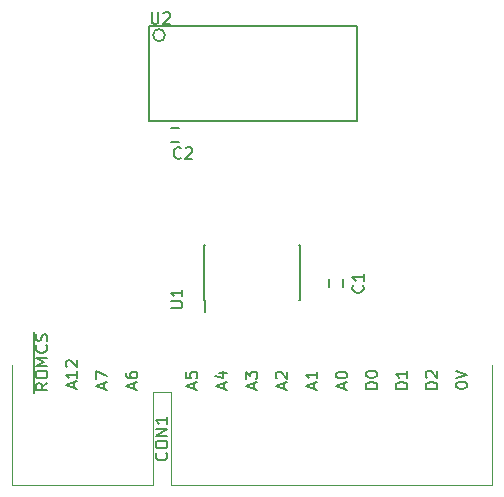
<source format=gbr>
G04 #@! TF.FileFunction,Legend,Top*
%FSLAX46Y46*%
G04 Gerber Fmt 4.6, Leading zero omitted, Abs format (unit mm)*
G04 Created by KiCad (PCBNEW 4.0.0-rc1-stable) date 20-08-2016 17:56:14*
%MOMM*%
G01*
G04 APERTURE LIST*
%ADD10C,0.100000*%
%ADD11C,0.000254*%
%ADD12C,0.150000*%
G04 APERTURE END LIST*
D10*
D11*
X127000000Y-97790000D02*
X138938000Y-97790000D01*
X138938000Y-97790000D02*
X138938000Y-89916000D01*
X138938000Y-89916000D02*
X140462000Y-89916000D01*
X140462000Y-89916000D02*
X140462000Y-97790000D01*
X140462000Y-97790000D02*
X167640000Y-97790000D01*
X167640000Y-97790000D02*
X167640000Y-87630000D01*
X127000000Y-97790000D02*
X127000000Y-87630000D01*
D12*
X155050000Y-80350000D02*
X155050000Y-81050000D01*
X153850000Y-81050000D02*
X153850000Y-80350000D01*
X140475000Y-67575000D02*
X141175000Y-67575000D01*
X141175000Y-68775000D02*
X140475000Y-68775000D01*
X143295000Y-82081000D02*
X143320000Y-82081000D01*
X143295000Y-77431000D02*
X143320000Y-77431000D01*
X151345000Y-77431000D02*
X151320000Y-77431000D01*
X151345000Y-82081000D02*
X151320000Y-82081000D01*
X143295000Y-82081000D02*
X143295000Y-77431000D01*
X151345000Y-82081000D02*
X151345000Y-77431000D01*
X143320000Y-82081000D02*
X143320000Y-83156000D01*
X139954000Y-59690000D02*
G75*
G03X139954000Y-59690000I-508000J0D01*
G01*
X156210000Y-58928000D02*
X156210000Y-66929000D01*
X156210000Y-66929000D02*
X138557000Y-66929000D01*
X138557000Y-66929000D02*
X138557000Y-58928000D01*
X138557000Y-58928000D02*
X156210000Y-58928000D01*
X140057143Y-95067285D02*
X140104762Y-95114904D01*
X140152381Y-95257761D01*
X140152381Y-95352999D01*
X140104762Y-95495857D01*
X140009524Y-95591095D01*
X139914286Y-95638714D01*
X139723810Y-95686333D01*
X139580952Y-95686333D01*
X139390476Y-95638714D01*
X139295238Y-95591095D01*
X139200000Y-95495857D01*
X139152381Y-95352999D01*
X139152381Y-95257761D01*
X139200000Y-95114904D01*
X139247619Y-95067285D01*
X139152381Y-94448238D02*
X139152381Y-94257761D01*
X139200000Y-94162523D01*
X139295238Y-94067285D01*
X139485714Y-94019666D01*
X139819048Y-94019666D01*
X140009524Y-94067285D01*
X140104762Y-94162523D01*
X140152381Y-94257761D01*
X140152381Y-94448238D01*
X140104762Y-94543476D01*
X140009524Y-94638714D01*
X139819048Y-94686333D01*
X139485714Y-94686333D01*
X139295238Y-94638714D01*
X139200000Y-94543476D01*
X139152381Y-94448238D01*
X140152381Y-93591095D02*
X139152381Y-93591095D01*
X140152381Y-93019666D01*
X139152381Y-93019666D01*
X140152381Y-92019666D02*
X140152381Y-92591095D01*
X140152381Y-92305381D02*
X139152381Y-92305381D01*
X139295238Y-92400619D01*
X139390476Y-92495857D01*
X139438095Y-92591095D01*
X164552381Y-89376191D02*
X164552381Y-89280952D01*
X164600000Y-89185714D01*
X164647619Y-89138095D01*
X164742857Y-89090476D01*
X164933333Y-89042857D01*
X165171429Y-89042857D01*
X165361905Y-89090476D01*
X165457143Y-89138095D01*
X165504762Y-89185714D01*
X165552381Y-89280952D01*
X165552381Y-89376191D01*
X165504762Y-89471429D01*
X165457143Y-89519048D01*
X165361905Y-89566667D01*
X165171429Y-89614286D01*
X164933333Y-89614286D01*
X164742857Y-89566667D01*
X164647619Y-89519048D01*
X164600000Y-89471429D01*
X164552381Y-89376191D01*
X164552381Y-88757143D02*
X165552381Y-88423810D01*
X164552381Y-88090476D01*
X163012381Y-89638095D02*
X162012381Y-89638095D01*
X162012381Y-89400000D01*
X162060000Y-89257142D01*
X162155238Y-89161904D01*
X162250476Y-89114285D01*
X162440952Y-89066666D01*
X162583810Y-89066666D01*
X162774286Y-89114285D01*
X162869524Y-89161904D01*
X162964762Y-89257142D01*
X163012381Y-89400000D01*
X163012381Y-89638095D01*
X162107619Y-88685714D02*
X162060000Y-88638095D01*
X162012381Y-88542857D01*
X162012381Y-88304761D01*
X162060000Y-88209523D01*
X162107619Y-88161904D01*
X162202857Y-88114285D01*
X162298095Y-88114285D01*
X162440952Y-88161904D01*
X163012381Y-88733333D01*
X163012381Y-88114285D01*
X160472381Y-89638095D02*
X159472381Y-89638095D01*
X159472381Y-89400000D01*
X159520000Y-89257142D01*
X159615238Y-89161904D01*
X159710476Y-89114285D01*
X159900952Y-89066666D01*
X160043810Y-89066666D01*
X160234286Y-89114285D01*
X160329524Y-89161904D01*
X160424762Y-89257142D01*
X160472381Y-89400000D01*
X160472381Y-89638095D01*
X160472381Y-88114285D02*
X160472381Y-88685714D01*
X160472381Y-88400000D02*
X159472381Y-88400000D01*
X159615238Y-88495238D01*
X159710476Y-88590476D01*
X159758095Y-88685714D01*
X157932381Y-89638095D02*
X156932381Y-89638095D01*
X156932381Y-89400000D01*
X156980000Y-89257142D01*
X157075238Y-89161904D01*
X157170476Y-89114285D01*
X157360952Y-89066666D01*
X157503810Y-89066666D01*
X157694286Y-89114285D01*
X157789524Y-89161904D01*
X157884762Y-89257142D01*
X157932381Y-89400000D01*
X157932381Y-89638095D01*
X156932381Y-88447619D02*
X156932381Y-88352380D01*
X156980000Y-88257142D01*
X157027619Y-88209523D01*
X157122857Y-88161904D01*
X157313333Y-88114285D01*
X157551429Y-88114285D01*
X157741905Y-88161904D01*
X157837143Y-88209523D01*
X157884762Y-88257142D01*
X157932381Y-88352380D01*
X157932381Y-88447619D01*
X157884762Y-88542857D01*
X157837143Y-88590476D01*
X157741905Y-88638095D01*
X157551429Y-88685714D01*
X157313333Y-88685714D01*
X157122857Y-88638095D01*
X157027619Y-88590476D01*
X156980000Y-88542857D01*
X156932381Y-88447619D01*
X155106667Y-89614286D02*
X155106667Y-89138095D01*
X155392381Y-89709524D02*
X154392381Y-89376191D01*
X155392381Y-89042857D01*
X154392381Y-88519048D02*
X154392381Y-88423809D01*
X154440000Y-88328571D01*
X154487619Y-88280952D01*
X154582857Y-88233333D01*
X154773333Y-88185714D01*
X155011429Y-88185714D01*
X155201905Y-88233333D01*
X155297143Y-88280952D01*
X155344762Y-88328571D01*
X155392381Y-88423809D01*
X155392381Y-88519048D01*
X155344762Y-88614286D01*
X155297143Y-88661905D01*
X155201905Y-88709524D01*
X155011429Y-88757143D01*
X154773333Y-88757143D01*
X154582857Y-88709524D01*
X154487619Y-88661905D01*
X154440000Y-88614286D01*
X154392381Y-88519048D01*
X152566667Y-89614286D02*
X152566667Y-89138095D01*
X152852381Y-89709524D02*
X151852381Y-89376191D01*
X152852381Y-89042857D01*
X152852381Y-88185714D02*
X152852381Y-88757143D01*
X152852381Y-88471429D02*
X151852381Y-88471429D01*
X151995238Y-88566667D01*
X152090476Y-88661905D01*
X152138095Y-88757143D01*
X150026667Y-89614286D02*
X150026667Y-89138095D01*
X150312381Y-89709524D02*
X149312381Y-89376191D01*
X150312381Y-89042857D01*
X149407619Y-88757143D02*
X149360000Y-88709524D01*
X149312381Y-88614286D01*
X149312381Y-88376190D01*
X149360000Y-88280952D01*
X149407619Y-88233333D01*
X149502857Y-88185714D01*
X149598095Y-88185714D01*
X149740952Y-88233333D01*
X150312381Y-88804762D01*
X150312381Y-88185714D01*
X147486667Y-89614286D02*
X147486667Y-89138095D01*
X147772381Y-89709524D02*
X146772381Y-89376191D01*
X147772381Y-89042857D01*
X146772381Y-88804762D02*
X146772381Y-88185714D01*
X147153333Y-88519048D01*
X147153333Y-88376190D01*
X147200952Y-88280952D01*
X147248571Y-88233333D01*
X147343810Y-88185714D01*
X147581905Y-88185714D01*
X147677143Y-88233333D01*
X147724762Y-88280952D01*
X147772381Y-88376190D01*
X147772381Y-88661905D01*
X147724762Y-88757143D01*
X147677143Y-88804762D01*
X144946667Y-89614286D02*
X144946667Y-89138095D01*
X145232381Y-89709524D02*
X144232381Y-89376191D01*
X145232381Y-89042857D01*
X144565714Y-88280952D02*
X145232381Y-88280952D01*
X144184762Y-88519048D02*
X144899048Y-88757143D01*
X144899048Y-88138095D01*
X142406667Y-89614286D02*
X142406667Y-89138095D01*
X142692381Y-89709524D02*
X141692381Y-89376191D01*
X142692381Y-89042857D01*
X141692381Y-88233333D02*
X141692381Y-88709524D01*
X142168571Y-88757143D01*
X142120952Y-88709524D01*
X142073333Y-88614286D01*
X142073333Y-88376190D01*
X142120952Y-88280952D01*
X142168571Y-88233333D01*
X142263810Y-88185714D01*
X142501905Y-88185714D01*
X142597143Y-88233333D01*
X142644762Y-88280952D01*
X142692381Y-88376190D01*
X142692381Y-88614286D01*
X142644762Y-88709524D01*
X142597143Y-88757143D01*
X137326667Y-89614286D02*
X137326667Y-89138095D01*
X137612381Y-89709524D02*
X136612381Y-89376191D01*
X137612381Y-89042857D01*
X136612381Y-88280952D02*
X136612381Y-88471429D01*
X136660000Y-88566667D01*
X136707619Y-88614286D01*
X136850476Y-88709524D01*
X137040952Y-88757143D01*
X137421905Y-88757143D01*
X137517143Y-88709524D01*
X137564762Y-88661905D01*
X137612381Y-88566667D01*
X137612381Y-88376190D01*
X137564762Y-88280952D01*
X137517143Y-88233333D01*
X137421905Y-88185714D01*
X137183810Y-88185714D01*
X137088571Y-88233333D01*
X137040952Y-88280952D01*
X136993333Y-88376190D01*
X136993333Y-88566667D01*
X137040952Y-88661905D01*
X137088571Y-88709524D01*
X137183810Y-88757143D01*
X134786667Y-89614286D02*
X134786667Y-89138095D01*
X135072381Y-89709524D02*
X134072381Y-89376191D01*
X135072381Y-89042857D01*
X134072381Y-88804762D02*
X134072381Y-88138095D01*
X135072381Y-88566667D01*
X132246667Y-89582476D02*
X132246667Y-89106285D01*
X132532381Y-89677714D02*
X131532381Y-89344381D01*
X132532381Y-89011047D01*
X132532381Y-88153904D02*
X132532381Y-88725333D01*
X132532381Y-88439619D02*
X131532381Y-88439619D01*
X131675238Y-88534857D01*
X131770476Y-88630095D01*
X131818095Y-88725333D01*
X131627619Y-87772952D02*
X131580000Y-87725333D01*
X131532381Y-87630095D01*
X131532381Y-87391999D01*
X131580000Y-87296761D01*
X131627619Y-87249142D01*
X131722857Y-87201523D01*
X131818095Y-87201523D01*
X131960952Y-87249142D01*
X132532381Y-87820571D01*
X132532381Y-87201523D01*
X129992381Y-89137904D02*
X129516190Y-89471238D01*
X129992381Y-89709333D02*
X128992381Y-89709333D01*
X128992381Y-89328380D01*
X129040000Y-89233142D01*
X129087619Y-89185523D01*
X129182857Y-89137904D01*
X129325714Y-89137904D01*
X129420952Y-89185523D01*
X129468571Y-89233142D01*
X129516190Y-89328380D01*
X129516190Y-89709333D01*
X128992381Y-88518857D02*
X128992381Y-88328380D01*
X129040000Y-88233142D01*
X129135238Y-88137904D01*
X129325714Y-88090285D01*
X129659048Y-88090285D01*
X129849524Y-88137904D01*
X129944762Y-88233142D01*
X129992381Y-88328380D01*
X129992381Y-88518857D01*
X129944762Y-88614095D01*
X129849524Y-88709333D01*
X129659048Y-88756952D01*
X129325714Y-88756952D01*
X129135238Y-88709333D01*
X129040000Y-88614095D01*
X128992381Y-88518857D01*
X129992381Y-87661714D02*
X128992381Y-87661714D01*
X129706667Y-87328380D01*
X128992381Y-86995047D01*
X129992381Y-86995047D01*
X129897143Y-85947428D02*
X129944762Y-85995047D01*
X129992381Y-86137904D01*
X129992381Y-86233142D01*
X129944762Y-86376000D01*
X129849524Y-86471238D01*
X129754286Y-86518857D01*
X129563810Y-86566476D01*
X129420952Y-86566476D01*
X129230476Y-86518857D01*
X129135238Y-86471238D01*
X129040000Y-86376000D01*
X128992381Y-86233142D01*
X128992381Y-86137904D01*
X129040000Y-85995047D01*
X129087619Y-85947428D01*
X129944762Y-85566476D02*
X129992381Y-85423619D01*
X129992381Y-85185523D01*
X129944762Y-85090285D01*
X129897143Y-85042666D01*
X129801905Y-84995047D01*
X129706667Y-84995047D01*
X129611429Y-85042666D01*
X129563810Y-85090285D01*
X129516190Y-85185523D01*
X129468571Y-85376000D01*
X129420952Y-85471238D01*
X129373333Y-85518857D01*
X129278095Y-85566476D01*
X129182857Y-85566476D01*
X129087619Y-85518857D01*
X129040000Y-85471238D01*
X128992381Y-85376000D01*
X128992381Y-85137904D01*
X129040000Y-84995047D01*
X128820000Y-89947428D02*
X128820000Y-84804571D01*
X156707143Y-80866666D02*
X156754762Y-80914285D01*
X156802381Y-81057142D01*
X156802381Y-81152380D01*
X156754762Y-81295238D01*
X156659524Y-81390476D01*
X156564286Y-81438095D01*
X156373810Y-81485714D01*
X156230952Y-81485714D01*
X156040476Y-81438095D01*
X155945238Y-81390476D01*
X155850000Y-81295238D01*
X155802381Y-81152380D01*
X155802381Y-81057142D01*
X155850000Y-80914285D01*
X155897619Y-80866666D01*
X156802381Y-79914285D02*
X156802381Y-80485714D01*
X156802381Y-80200000D02*
X155802381Y-80200000D01*
X155945238Y-80295238D01*
X156040476Y-80390476D01*
X156088095Y-80485714D01*
X141311334Y-70080143D02*
X141263715Y-70127762D01*
X141120858Y-70175381D01*
X141025620Y-70175381D01*
X140882762Y-70127762D01*
X140787524Y-70032524D01*
X140739905Y-69937286D01*
X140692286Y-69746810D01*
X140692286Y-69603952D01*
X140739905Y-69413476D01*
X140787524Y-69318238D01*
X140882762Y-69223000D01*
X141025620Y-69175381D01*
X141120858Y-69175381D01*
X141263715Y-69223000D01*
X141311334Y-69270619D01*
X141692286Y-69270619D02*
X141739905Y-69223000D01*
X141835143Y-69175381D01*
X142073239Y-69175381D01*
X142168477Y-69223000D01*
X142216096Y-69270619D01*
X142263715Y-69365857D01*
X142263715Y-69461095D01*
X142216096Y-69603952D01*
X141644667Y-70175381D01*
X142263715Y-70175381D01*
X140422381Y-82803905D02*
X141231905Y-82803905D01*
X141327143Y-82756286D01*
X141374762Y-82708667D01*
X141422381Y-82613429D01*
X141422381Y-82422952D01*
X141374762Y-82327714D01*
X141327143Y-82280095D01*
X141231905Y-82232476D01*
X140422381Y-82232476D01*
X141422381Y-81232476D02*
X141422381Y-81803905D01*
X141422381Y-81518191D02*
X140422381Y-81518191D01*
X140565238Y-81613429D01*
X140660476Y-81708667D01*
X140708095Y-81803905D01*
X138811095Y-57745381D02*
X138811095Y-58554905D01*
X138858714Y-58650143D01*
X138906333Y-58697762D01*
X139001571Y-58745381D01*
X139192048Y-58745381D01*
X139287286Y-58697762D01*
X139334905Y-58650143D01*
X139382524Y-58554905D01*
X139382524Y-57745381D01*
X139811095Y-57840619D02*
X139858714Y-57793000D01*
X139953952Y-57745381D01*
X140192048Y-57745381D01*
X140287286Y-57793000D01*
X140334905Y-57840619D01*
X140382524Y-57935857D01*
X140382524Y-58031095D01*
X140334905Y-58173952D01*
X139763476Y-58745381D01*
X140382524Y-58745381D01*
M02*

</source>
